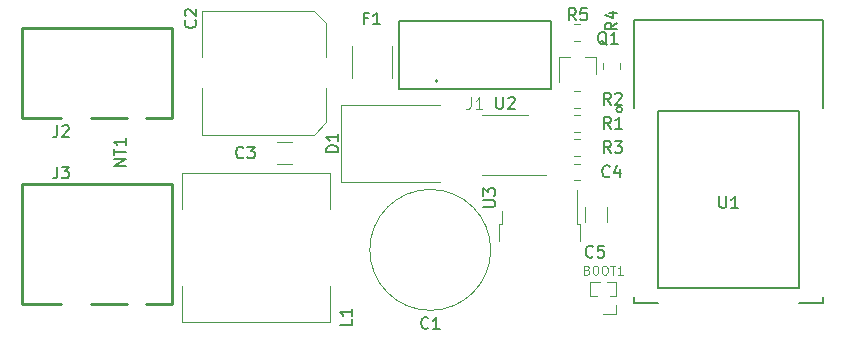
<source format=gbr>
%TF.GenerationSoftware,KiCad,Pcbnew,5.1.12-84ad8e8a86~92~ubuntu20.04.1*%
%TF.CreationDate,2022-01-19T00:30:43+02:00*%
%TF.ProjectId,LED_Wled,4c45445f-576c-4656-942e-6b696361645f,rev?*%
%TF.SameCoordinates,Original*%
%TF.FileFunction,Legend,Top*%
%TF.FilePolarity,Positive*%
%FSLAX46Y46*%
G04 Gerber Fmt 4.6, Leading zero omitted, Abs format (unit mm)*
G04 Created by KiCad (PCBNEW 5.1.12-84ad8e8a86~92~ubuntu20.04.1) date 2022-01-19 00:30:43*
%MOMM*%
%LPD*%
G01*
G04 APERTURE LIST*
%ADD10C,0.120000*%
%ADD11C,0.254001*%
%ADD12C,0.059995*%
%ADD13C,0.127000*%
%ADD14C,0.200000*%
%ADD15C,0.150000*%
%ADD16C,0.100000*%
%ADD17C,0.015000*%
G04 APERTURE END LIST*
D10*
%TO.C,C1*%
X103370000Y-66500000D02*
G75*
G03*
X103370000Y-66500000I-5120000J0D01*
G01*
D11*
%TO.C,J3*%
X76349987Y-71080086D02*
X76349987Y-60920066D01*
X76350038Y-60919914D02*
X63649962Y-60919914D01*
X63649962Y-71080086D02*
X63649962Y-60920066D01*
X76349987Y-71080086D02*
X74149276Y-71080086D01*
X72550699Y-71080086D02*
X69551130Y-71080086D01*
X66988824Y-71080086D02*
X63649962Y-71080086D01*
D12*
X65172949Y-71207087D02*
G75*
G03*
X65172949Y-71207087I-29972J0D01*
G01*
D11*
%TO.C,J2*%
X76350000Y-47689865D02*
X63650000Y-47689865D01*
X76350000Y-55310033D02*
X76350000Y-47690018D01*
X63650000Y-47689865D02*
X63650000Y-55310135D01*
X76350000Y-55310033D02*
X74149416Y-55310033D01*
X72550584Y-55310033D02*
X69551219Y-55310033D01*
X66988913Y-55310033D02*
X63650000Y-55310033D01*
D10*
%TO.C,F1*%
X95010000Y-49213748D02*
X95010000Y-51986252D01*
X91590000Y-49213748D02*
X91590000Y-51986252D01*
%TO.C,BOOT1*%
X114010000Y-71960000D02*
X112900000Y-71960000D01*
X114010000Y-71200000D02*
X114010000Y-71960000D01*
X112336529Y-70440000D02*
X111790000Y-70440000D01*
X114010000Y-70440000D02*
X113463471Y-70440000D01*
X111790000Y-70440000D02*
X111790000Y-69235000D01*
X114010000Y-70440000D02*
X114010000Y-69235000D01*
X112592470Y-69235000D02*
X111790000Y-69235000D01*
X114010000Y-69235000D02*
X113207530Y-69235000D01*
%TO.C,U3*%
X104320000Y-64280000D02*
X104320000Y-63180000D01*
X104050000Y-64280000D02*
X104320000Y-64280000D01*
X104050000Y-65780000D02*
X104050000Y-64280000D01*
X110680000Y-64280000D02*
X110680000Y-61450000D01*
X110950000Y-64280000D02*
X110680000Y-64280000D01*
X110950000Y-65780000D02*
X110950000Y-64280000D01*
%TO.C,L1*%
X89800000Y-60000000D02*
X89800000Y-63000000D01*
X77200000Y-60000000D02*
X89800000Y-60000000D01*
X77200000Y-63000000D02*
X77200000Y-60000000D01*
X77200000Y-72600000D02*
X77200000Y-69600000D01*
X89800000Y-72600000D02*
X77200000Y-72600000D01*
X89800000Y-69600000D02*
X89800000Y-72600000D01*
%TO.C,C5*%
X113210000Y-64102064D02*
X113210000Y-62897936D01*
X111390000Y-64102064D02*
X111390000Y-62897936D01*
%TO.C,C4*%
X110403922Y-60610000D02*
X110921078Y-60610000D01*
X110403922Y-59190000D02*
X110921078Y-59190000D01*
%TO.C,U2*%
X104600000Y-60160000D02*
X108050000Y-60160000D01*
X104600000Y-60160000D02*
X102650000Y-60160000D01*
X104600000Y-55040000D02*
X106550000Y-55040000D01*
X104600000Y-55040000D02*
X102650000Y-55040000D01*
D13*
%TO.C,U1*%
X114500000Y-54625000D02*
G75*
G03*
X114500000Y-54625000I-250000J0D01*
G01*
X131500000Y-71000000D02*
X129500000Y-71000000D01*
X131500000Y-70500000D02*
X131500000Y-71000000D01*
X115500000Y-71000000D02*
X117500000Y-71000000D01*
X115500000Y-70500000D02*
X115500000Y-71000000D01*
X131500000Y-47000000D02*
X131500000Y-54500000D01*
X115500000Y-47000000D02*
X131500000Y-47000000D01*
X115500000Y-54500000D02*
X115500000Y-47000000D01*
X117500000Y-69760000D02*
X117500000Y-54760000D01*
X129500000Y-69760000D02*
X117500000Y-69760000D01*
X129500000Y-54760000D02*
X129500000Y-69760000D01*
X117500000Y-54760000D02*
X129500000Y-54760000D01*
D10*
%TO.C,R5*%
X110403922Y-48810000D02*
X110921078Y-48810000D01*
X110403922Y-47390000D02*
X110921078Y-47390000D01*
%TO.C,R4*%
X114310000Y-51158578D02*
X114310000Y-50641422D01*
X112890000Y-51158578D02*
X112890000Y-50641422D01*
%TO.C,R3*%
X110958578Y-57140000D02*
X110441422Y-57140000D01*
X110958578Y-58560000D02*
X110441422Y-58560000D01*
%TO.C,R2*%
X110958578Y-53040000D02*
X110441422Y-53040000D01*
X110958578Y-54460000D02*
X110441422Y-54460000D01*
%TO.C,R1*%
X110441422Y-56510000D02*
X110958578Y-56510000D01*
X110441422Y-55090000D02*
X110958578Y-55090000D01*
%TO.C,Q1*%
X112280000Y-50140000D02*
X112280000Y-51600000D01*
X109120000Y-50140000D02*
X109120000Y-52300000D01*
X109120000Y-50140000D02*
X110050000Y-50140000D01*
X112280000Y-50140000D02*
X111350000Y-50140000D01*
D14*
%TO.C,J1*%
X108435000Y-52900000D02*
X95565000Y-52900000D01*
X95565000Y-52900000D02*
X95565000Y-47100000D01*
X95565000Y-47100000D02*
X108435000Y-47100000D01*
X108435000Y-47100000D02*
X108435000Y-52900000D01*
X98900000Y-52200000D02*
G75*
G03*
X98900000Y-52200000I-100000J0D01*
G01*
D10*
%TO.C,D1*%
X90700000Y-54250000D02*
X99100000Y-54250000D01*
X90700000Y-60750000D02*
X99100000Y-60750000D01*
X90700000Y-60750000D02*
X90700000Y-54250000D01*
%TO.C,C3*%
X86502064Y-57390000D02*
X85297936Y-57390000D01*
X86502064Y-59210000D02*
X85297936Y-59210000D01*
%TO.C,C2*%
X89460000Y-47304437D02*
X88395563Y-46240000D01*
X89460000Y-55695563D02*
X88395563Y-56760000D01*
X89460000Y-55695563D02*
X89460000Y-52810000D01*
X89460000Y-47304437D02*
X89460000Y-50190000D01*
X88395563Y-46240000D02*
X78940000Y-46240000D01*
X88395563Y-56760000D02*
X78940000Y-56760000D01*
X78940000Y-56760000D02*
X78940000Y-52810000D01*
X78940000Y-46240000D02*
X78940000Y-50190000D01*
%TD*%
%TO.C,C1*%
D15*
X98083333Y-73107142D02*
X98035714Y-73154761D01*
X97892857Y-73202380D01*
X97797619Y-73202380D01*
X97654761Y-73154761D01*
X97559523Y-73059523D01*
X97511904Y-72964285D01*
X97464285Y-72773809D01*
X97464285Y-72630952D01*
X97511904Y-72440476D01*
X97559523Y-72345238D01*
X97654761Y-72250000D01*
X97797619Y-72202380D01*
X97892857Y-72202380D01*
X98035714Y-72250000D01*
X98083333Y-72297619D01*
X99035714Y-73202380D02*
X98464285Y-73202380D01*
X98750000Y-73202380D02*
X98750000Y-72202380D01*
X98654761Y-72345238D01*
X98559523Y-72440476D01*
X98464285Y-72488095D01*
%TO.C,J3*%
X66666666Y-59452380D02*
X66666666Y-60166666D01*
X66619047Y-60309523D01*
X66523809Y-60404761D01*
X66380952Y-60452380D01*
X66285714Y-60452380D01*
X67047619Y-59452380D02*
X67666666Y-59452380D01*
X67333333Y-59833333D01*
X67476190Y-59833333D01*
X67571428Y-59880952D01*
X67619047Y-59928571D01*
X67666666Y-60023809D01*
X67666666Y-60261904D01*
X67619047Y-60357142D01*
X67571428Y-60404761D01*
X67476190Y-60452380D01*
X67190476Y-60452380D01*
X67095238Y-60404761D01*
X67047619Y-60357142D01*
%TO.C,J2*%
X66666666Y-55952380D02*
X66666666Y-56666666D01*
X66619047Y-56809523D01*
X66523809Y-56904761D01*
X66380952Y-56952380D01*
X66285714Y-56952380D01*
X67095238Y-56047619D02*
X67142857Y-56000000D01*
X67238095Y-55952380D01*
X67476190Y-55952380D01*
X67571428Y-56000000D01*
X67619047Y-56047619D01*
X67666666Y-56142857D01*
X67666666Y-56238095D01*
X67619047Y-56380952D01*
X67047619Y-56952380D01*
X67666666Y-56952380D01*
%TO.C,F1*%
X92941666Y-46878571D02*
X92608333Y-46878571D01*
X92608333Y-47402380D02*
X92608333Y-46402380D01*
X93084523Y-46402380D01*
X93989285Y-47402380D02*
X93417857Y-47402380D01*
X93703571Y-47402380D02*
X93703571Y-46402380D01*
X93608333Y-46545238D01*
X93513095Y-46640476D01*
X93417857Y-46688095D01*
%TO.C,NT1*%
X72452380Y-59392857D02*
X71452380Y-59392857D01*
X72452380Y-58821428D01*
X71452380Y-58821428D01*
X71452380Y-58488095D02*
X71452380Y-57916666D01*
X72452380Y-58202380D02*
X71452380Y-58202380D01*
X72452380Y-57059523D02*
X72452380Y-57630952D01*
X72452380Y-57345238D02*
X71452380Y-57345238D01*
X71595238Y-57440476D01*
X71690476Y-57535714D01*
X71738095Y-57630952D01*
%TO.C,BOOT1*%
D16*
X111525000Y-68196428D02*
X111632142Y-68232142D01*
X111667857Y-68267857D01*
X111703571Y-68339285D01*
X111703571Y-68446428D01*
X111667857Y-68517857D01*
X111632142Y-68553571D01*
X111560714Y-68589285D01*
X111275000Y-68589285D01*
X111275000Y-67839285D01*
X111525000Y-67839285D01*
X111596428Y-67875000D01*
X111632142Y-67910714D01*
X111667857Y-67982142D01*
X111667857Y-68053571D01*
X111632142Y-68125000D01*
X111596428Y-68160714D01*
X111525000Y-68196428D01*
X111275000Y-68196428D01*
X112167857Y-67839285D02*
X112310714Y-67839285D01*
X112382142Y-67875000D01*
X112453571Y-67946428D01*
X112489285Y-68089285D01*
X112489285Y-68339285D01*
X112453571Y-68482142D01*
X112382142Y-68553571D01*
X112310714Y-68589285D01*
X112167857Y-68589285D01*
X112096428Y-68553571D01*
X112025000Y-68482142D01*
X111989285Y-68339285D01*
X111989285Y-68089285D01*
X112025000Y-67946428D01*
X112096428Y-67875000D01*
X112167857Y-67839285D01*
X112953571Y-67839285D02*
X113096428Y-67839285D01*
X113167857Y-67875000D01*
X113239285Y-67946428D01*
X113275000Y-68089285D01*
X113275000Y-68339285D01*
X113239285Y-68482142D01*
X113167857Y-68553571D01*
X113096428Y-68589285D01*
X112953571Y-68589285D01*
X112882142Y-68553571D01*
X112810714Y-68482142D01*
X112775000Y-68339285D01*
X112775000Y-68089285D01*
X112810714Y-67946428D01*
X112882142Y-67875000D01*
X112953571Y-67839285D01*
X113489285Y-67839285D02*
X113917857Y-67839285D01*
X113703571Y-68589285D02*
X113703571Y-67839285D01*
X114560714Y-68589285D02*
X114132142Y-68589285D01*
X114346428Y-68589285D02*
X114346428Y-67839285D01*
X114275000Y-67946428D01*
X114203571Y-68017857D01*
X114132142Y-68053571D01*
%TO.C,U3*%
D15*
X102752380Y-62861904D02*
X103561904Y-62861904D01*
X103657142Y-62814285D01*
X103704761Y-62766666D01*
X103752380Y-62671428D01*
X103752380Y-62480952D01*
X103704761Y-62385714D01*
X103657142Y-62338095D01*
X103561904Y-62290476D01*
X102752380Y-62290476D01*
X102752380Y-61909523D02*
X102752380Y-61290476D01*
X103133333Y-61623809D01*
X103133333Y-61480952D01*
X103180952Y-61385714D01*
X103228571Y-61338095D01*
X103323809Y-61290476D01*
X103561904Y-61290476D01*
X103657142Y-61338095D01*
X103704761Y-61385714D01*
X103752380Y-61480952D01*
X103752380Y-61766666D01*
X103704761Y-61861904D01*
X103657142Y-61909523D01*
%TO.C,L1*%
X91602380Y-72366666D02*
X91602380Y-72842857D01*
X90602380Y-72842857D01*
X91602380Y-71509523D02*
X91602380Y-72080952D01*
X91602380Y-71795238D02*
X90602380Y-71795238D01*
X90745238Y-71890476D01*
X90840476Y-71985714D01*
X90888095Y-72080952D01*
%TO.C,C5*%
X112033333Y-67057142D02*
X111985714Y-67104761D01*
X111842857Y-67152380D01*
X111747619Y-67152380D01*
X111604761Y-67104761D01*
X111509523Y-67009523D01*
X111461904Y-66914285D01*
X111414285Y-66723809D01*
X111414285Y-66580952D01*
X111461904Y-66390476D01*
X111509523Y-66295238D01*
X111604761Y-66200000D01*
X111747619Y-66152380D01*
X111842857Y-66152380D01*
X111985714Y-66200000D01*
X112033333Y-66247619D01*
X112938095Y-66152380D02*
X112461904Y-66152380D01*
X112414285Y-66628571D01*
X112461904Y-66580952D01*
X112557142Y-66533333D01*
X112795238Y-66533333D01*
X112890476Y-66580952D01*
X112938095Y-66628571D01*
X112985714Y-66723809D01*
X112985714Y-66961904D01*
X112938095Y-67057142D01*
X112890476Y-67104761D01*
X112795238Y-67152380D01*
X112557142Y-67152380D01*
X112461904Y-67104761D01*
X112414285Y-67057142D01*
%TO.C,C4*%
X113433333Y-60257142D02*
X113385714Y-60304761D01*
X113242857Y-60352380D01*
X113147619Y-60352380D01*
X113004761Y-60304761D01*
X112909523Y-60209523D01*
X112861904Y-60114285D01*
X112814285Y-59923809D01*
X112814285Y-59780952D01*
X112861904Y-59590476D01*
X112909523Y-59495238D01*
X113004761Y-59400000D01*
X113147619Y-59352380D01*
X113242857Y-59352380D01*
X113385714Y-59400000D01*
X113433333Y-59447619D01*
X114290476Y-59685714D02*
X114290476Y-60352380D01*
X114052380Y-59304761D02*
X113814285Y-60019047D01*
X114433333Y-60019047D01*
%TO.C,U2*%
X103838095Y-53552380D02*
X103838095Y-54361904D01*
X103885714Y-54457142D01*
X103933333Y-54504761D01*
X104028571Y-54552380D01*
X104219047Y-54552380D01*
X104314285Y-54504761D01*
X104361904Y-54457142D01*
X104409523Y-54361904D01*
X104409523Y-53552380D01*
X104838095Y-53647619D02*
X104885714Y-53600000D01*
X104980952Y-53552380D01*
X105219047Y-53552380D01*
X105314285Y-53600000D01*
X105361904Y-53647619D01*
X105409523Y-53742857D01*
X105409523Y-53838095D01*
X105361904Y-53980952D01*
X104790476Y-54552380D01*
X105409523Y-54552380D01*
%TO.C,U1*%
X122737507Y-61951958D02*
X122737507Y-62762106D01*
X122785162Y-62857418D01*
X122832818Y-62905074D01*
X122928130Y-62952730D01*
X123118753Y-62952730D01*
X123214065Y-62905074D01*
X123261720Y-62857418D01*
X123309376Y-62762106D01*
X123309376Y-61951958D01*
X124310148Y-62952730D02*
X123738279Y-62952730D01*
X124024213Y-62952730D02*
X124024213Y-61951958D01*
X123928902Y-62094925D01*
X123833590Y-62190237D01*
X123738279Y-62237893D01*
%TO.C,R5*%
X110583333Y-47052380D02*
X110250000Y-46576190D01*
X110011904Y-47052380D02*
X110011904Y-46052380D01*
X110392857Y-46052380D01*
X110488095Y-46100000D01*
X110535714Y-46147619D01*
X110583333Y-46242857D01*
X110583333Y-46385714D01*
X110535714Y-46480952D01*
X110488095Y-46528571D01*
X110392857Y-46576190D01*
X110011904Y-46576190D01*
X111488095Y-46052380D02*
X111011904Y-46052380D01*
X110964285Y-46528571D01*
X111011904Y-46480952D01*
X111107142Y-46433333D01*
X111345238Y-46433333D01*
X111440476Y-46480952D01*
X111488095Y-46528571D01*
X111535714Y-46623809D01*
X111535714Y-46861904D01*
X111488095Y-46957142D01*
X111440476Y-47004761D01*
X111345238Y-47052380D01*
X111107142Y-47052380D01*
X111011904Y-47004761D01*
X110964285Y-46957142D01*
%TO.C,R4*%
X114052380Y-47266666D02*
X113576190Y-47600000D01*
X114052380Y-47838095D02*
X113052380Y-47838095D01*
X113052380Y-47457142D01*
X113100000Y-47361904D01*
X113147619Y-47314285D01*
X113242857Y-47266666D01*
X113385714Y-47266666D01*
X113480952Y-47314285D01*
X113528571Y-47361904D01*
X113576190Y-47457142D01*
X113576190Y-47838095D01*
X113385714Y-46409523D02*
X114052380Y-46409523D01*
X113004761Y-46647619D02*
X113719047Y-46885714D01*
X113719047Y-46266666D01*
%TO.C,R3*%
X113533333Y-58302380D02*
X113200000Y-57826190D01*
X112961904Y-58302380D02*
X112961904Y-57302380D01*
X113342857Y-57302380D01*
X113438095Y-57350000D01*
X113485714Y-57397619D01*
X113533333Y-57492857D01*
X113533333Y-57635714D01*
X113485714Y-57730952D01*
X113438095Y-57778571D01*
X113342857Y-57826190D01*
X112961904Y-57826190D01*
X113866666Y-57302380D02*
X114485714Y-57302380D01*
X114152380Y-57683333D01*
X114295238Y-57683333D01*
X114390476Y-57730952D01*
X114438095Y-57778571D01*
X114485714Y-57873809D01*
X114485714Y-58111904D01*
X114438095Y-58207142D01*
X114390476Y-58254761D01*
X114295238Y-58302380D01*
X114009523Y-58302380D01*
X113914285Y-58254761D01*
X113866666Y-58207142D01*
%TO.C,R2*%
X113533333Y-54202380D02*
X113200000Y-53726190D01*
X112961904Y-54202380D02*
X112961904Y-53202380D01*
X113342857Y-53202380D01*
X113438095Y-53250000D01*
X113485714Y-53297619D01*
X113533333Y-53392857D01*
X113533333Y-53535714D01*
X113485714Y-53630952D01*
X113438095Y-53678571D01*
X113342857Y-53726190D01*
X112961904Y-53726190D01*
X113914285Y-53297619D02*
X113961904Y-53250000D01*
X114057142Y-53202380D01*
X114295238Y-53202380D01*
X114390476Y-53250000D01*
X114438095Y-53297619D01*
X114485714Y-53392857D01*
X114485714Y-53488095D01*
X114438095Y-53630952D01*
X113866666Y-54202380D01*
X114485714Y-54202380D01*
%TO.C,R1*%
X113533333Y-56252380D02*
X113200000Y-55776190D01*
X112961904Y-56252380D02*
X112961904Y-55252380D01*
X113342857Y-55252380D01*
X113438095Y-55300000D01*
X113485714Y-55347619D01*
X113533333Y-55442857D01*
X113533333Y-55585714D01*
X113485714Y-55680952D01*
X113438095Y-55728571D01*
X113342857Y-55776190D01*
X112961904Y-55776190D01*
X114485714Y-56252380D02*
X113914285Y-56252380D01*
X114200000Y-56252380D02*
X114200000Y-55252380D01*
X114104761Y-55395238D01*
X114009523Y-55490476D01*
X113914285Y-55538095D01*
%TO.C,Q1*%
X113204761Y-49147619D02*
X113109523Y-49100000D01*
X113014285Y-49004761D01*
X112871428Y-48861904D01*
X112776190Y-48814285D01*
X112680952Y-48814285D01*
X112728571Y-49052380D02*
X112633333Y-49004761D01*
X112538095Y-48909523D01*
X112490476Y-48719047D01*
X112490476Y-48385714D01*
X112538095Y-48195238D01*
X112633333Y-48100000D01*
X112728571Y-48052380D01*
X112919047Y-48052380D01*
X113014285Y-48100000D01*
X113109523Y-48195238D01*
X113157142Y-48385714D01*
X113157142Y-48719047D01*
X113109523Y-48909523D01*
X113014285Y-49004761D01*
X112919047Y-49052380D01*
X112728571Y-49052380D01*
X114109523Y-49052380D02*
X113538095Y-49052380D01*
X113823809Y-49052380D02*
X113823809Y-48052380D01*
X113728571Y-48195238D01*
X113633333Y-48290476D01*
X113538095Y-48338095D01*
%TO.C,J1*%
D17*
X101666666Y-53587380D02*
X101666666Y-54301666D01*
X101619047Y-54444523D01*
X101523809Y-54539761D01*
X101380952Y-54587380D01*
X101285714Y-54587380D01*
X102666666Y-54587380D02*
X102095238Y-54587380D01*
X102380952Y-54587380D02*
X102380952Y-53587380D01*
X102285714Y-53730238D01*
X102190476Y-53825476D01*
X102095238Y-53873095D01*
%TO.C,D1*%
D15*
X90452380Y-58213095D02*
X89452380Y-58213095D01*
X89452380Y-57975000D01*
X89500000Y-57832142D01*
X89595238Y-57736904D01*
X89690476Y-57689285D01*
X89880952Y-57641666D01*
X90023809Y-57641666D01*
X90214285Y-57689285D01*
X90309523Y-57736904D01*
X90404761Y-57832142D01*
X90452380Y-57975000D01*
X90452380Y-58213095D01*
X90452380Y-56689285D02*
X90452380Y-57260714D01*
X90452380Y-56975000D02*
X89452380Y-56975000D01*
X89595238Y-57070238D01*
X89690476Y-57165476D01*
X89738095Y-57260714D01*
%TO.C,C3*%
X82433333Y-58657142D02*
X82385714Y-58704761D01*
X82242857Y-58752380D01*
X82147619Y-58752380D01*
X82004761Y-58704761D01*
X81909523Y-58609523D01*
X81861904Y-58514285D01*
X81814285Y-58323809D01*
X81814285Y-58180952D01*
X81861904Y-57990476D01*
X81909523Y-57895238D01*
X82004761Y-57800000D01*
X82147619Y-57752380D01*
X82242857Y-57752380D01*
X82385714Y-57800000D01*
X82433333Y-57847619D01*
X82766666Y-57752380D02*
X83385714Y-57752380D01*
X83052380Y-58133333D01*
X83195238Y-58133333D01*
X83290476Y-58180952D01*
X83338095Y-58228571D01*
X83385714Y-58323809D01*
X83385714Y-58561904D01*
X83338095Y-58657142D01*
X83290476Y-58704761D01*
X83195238Y-58752380D01*
X82909523Y-58752380D01*
X82814285Y-58704761D01*
X82766666Y-58657142D01*
%TO.C,C2*%
X78357142Y-47066666D02*
X78404761Y-47114285D01*
X78452380Y-47257142D01*
X78452380Y-47352380D01*
X78404761Y-47495238D01*
X78309523Y-47590476D01*
X78214285Y-47638095D01*
X78023809Y-47685714D01*
X77880952Y-47685714D01*
X77690476Y-47638095D01*
X77595238Y-47590476D01*
X77500000Y-47495238D01*
X77452380Y-47352380D01*
X77452380Y-47257142D01*
X77500000Y-47114285D01*
X77547619Y-47066666D01*
X77547619Y-46685714D02*
X77500000Y-46638095D01*
X77452380Y-46542857D01*
X77452380Y-46304761D01*
X77500000Y-46209523D01*
X77547619Y-46161904D01*
X77642857Y-46114285D01*
X77738095Y-46114285D01*
X77880952Y-46161904D01*
X78452380Y-46733333D01*
X78452380Y-46114285D01*
%TD*%
M02*

</source>
